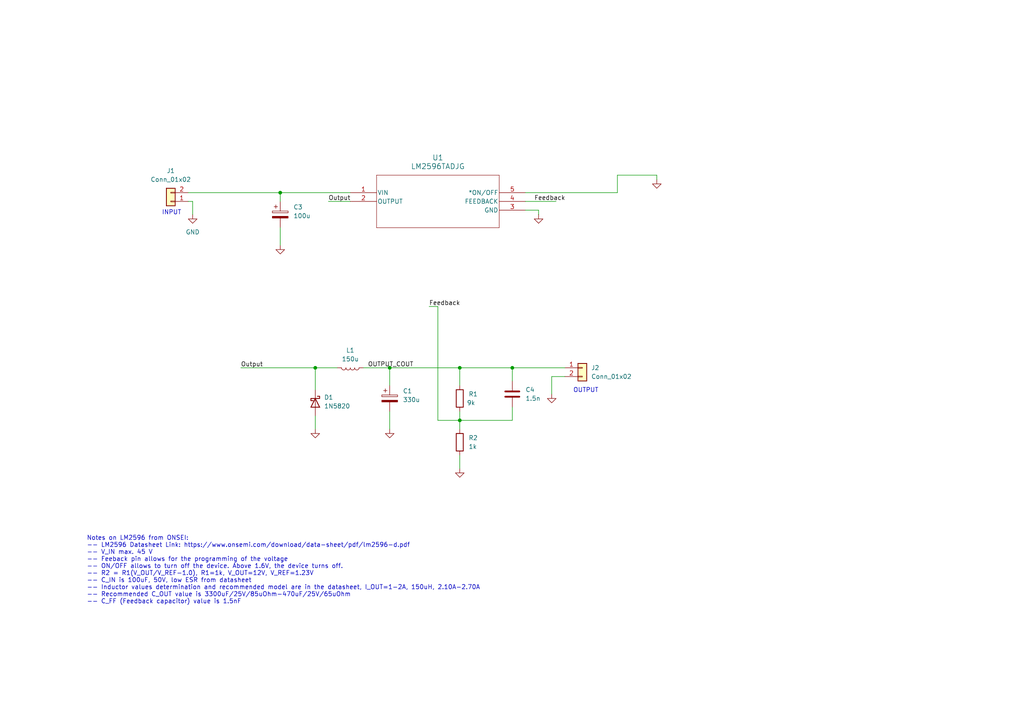
<source format=kicad_sch>
(kicad_sch (version 20231120) (generator "eeschema") (generator_version "8.0")
  (paper "A4")
  (lib_symbols
    (symbol "Connector_Generic:Conn_01x02" (pin_names (offset 1.016) hide)
      (property "Reference" "J" (at 0 2.54 0))
      (property "Value" "Conn_01x02" (at 0 -5.08 0))
      (symbol "Conn_01x02_1_1"
        (rectangle (start -1.27 -2.413) (end 0 -2.667) (stroke (width 0.1524)))
        (rectangle (start -1.27 0.127) (end 0 -0.127) (stroke (width 0.1524)))
        (rectangle (start -1.27 1.27) (end 1.27 -3.81) (stroke (width 0.254)) (fill (type background)))
        (pin passive line (at -5.08 0 0) (length 3.81) (name "Pin_1") (number "1"))
        (pin passive line (at -5.08 -2.54 0) (length 3.81) (name "Pin_2") (number "2"))
      )
    )
    (symbol "Device:C" (pin_numbers hide) (pin_names (offset 0.254))
      (property "Reference" "C" (at 0.635 2.54 0))
      (property "Value" "C" (at 0.635 -2.54 0))
      (symbol "C_0_1"
        (polyline (pts (xy -2.032 -0.762) (xy 2.032 -0.762)) (stroke (width 0.508)))
        (polyline (pts (xy -2.032 0.762) (xy 2.032 0.762)) (stroke (width 0.508)))
      )
      (symbol "C_1_1"
        (pin passive line (at 0 3.81 270) (length 2.794) (name "~") (number "1"))
        (pin passive line (at 0 -3.81 90) (length 2.794) (name "~") (number "2"))
      )
    )
    (symbol "Device:C_Polarized" (pin_numbers hide) (pin_names (offset 0.254))
      (property "Reference" "C" (at 0.635 2.54 0))
      (property "Value" "C_Polarized" (at 0.635 -2.54 0))
      (symbol "C_Polarized_0_1"
        (rectangle (start -2.286 0.508) (end 2.286 1.016))
        (polyline (pts (xy -1.778 2.286) (xy -0.762 2.286)))
        (polyline (pts (xy -1.27 2.794) (xy -1.27 1.778)))
        (rectangle (start 2.286 -0.508) (end -2.286 -1.016) (fill (type outline)))
      )
      (symbol "C_Polarized_1_1"
        (pin passive line (at 0 3.81 270) (length 2.794) (name "~") (number "1"))
        (pin passive line (at 0 -3.81 90) (length 2.794) (name "~") (number "2"))
      )
    )
    (symbol "Device:D_Schottky" (pin_numbers hide) (pin_names (offset 1.016) hide)
      (property "Reference" "D" (at 0 2.54 0))
      (property "Value" "D_Schottky" (at 0 -2.54 0))
      (symbol "D_Schottky_0_1"
        (polyline (pts (xy 1.27 0) (xy -1.27 0)))
        (polyline (pts (xy 1.27 1.27) (xy 1.27 -1.27) (xy -1.27 0) (xy 1.27 1.27)) (stroke (width 0.254)))
        (polyline (pts (xy -1.905 0.635) (xy -1.905 1.27) (xy -1.27 1.27) (xy -1.27 -1.27) (xy -0.635 -1.27) (xy -0.635 -0.635)) (stroke (width 0.254)))
      )
      (symbol "D_Schottky_1_1"
        (pin passive line (at -3.81 0 0) (length 2.54) (name "K") (number "1"))
        (pin passive line (at 3.81 0 180) (length 2.54) (name "A") (number "2"))
      )
    )
    (symbol "Device:L" (pin_numbers hide) (pin_names (offset 1.016) hide)
      (property "Reference" "L" (at -1.27 0 90))
      (property "Value" "L" (at 1.905 0 90))
      (symbol "L_0_1"
        (arc (start 0 -2.54) (mid 0.6323 -1.905) (end 0 -1.27))
        (arc (start 0 -1.27) (mid 0.6323 -0.635) (end 0 0))
        (arc (start 0 0) (mid 0.6323 0.635) (end 0 1.27))
        (arc (start 0 1.27) (mid 0.6323 1.905) (end 0 2.54))
      )
      (symbol "L_1_1"
        (pin passive line (at 0 3.81 270) (length 1.27) (name "1") (number "1"))
        (pin passive line (at 0 -3.81 90) (length 1.27) (name "2") (number "2"))
      )
    )
    (symbol "Device:R" (pin_numbers hide) (pin_names (offset 0))
      (property "Reference" "R" (at 2.032 0 90))
      (property "Value" "R" (at 0 0 90))
      (symbol "R_0_1"
        (rectangle (start -1.016 -2.54) (end 1.016 2.54) (stroke (width 0.254)))
      )
      (symbol "R_1_1"
        (pin passive line (at 0 3.81 270) (length 1.27) (name "~") (number "1"))
        (pin passive line (at 0 -3.81 90) (length 1.27) (name "~") (number "2"))
      )
    )
    (symbol "lm2596:LM2596TADJG" (pin_names (offset 0.254))
      (property "Reference" "U" (at 25.4 10.16 0))
      (property "Value" "LM2596TADJG" (at 25.4 7.62 0))
      (symbol "LM2596TADJG_0_1"
        (polyline (pts (xy 7.62 -10.16) (xy 43.18 -10.16)) (stroke (width 0.127)))
        (polyline (pts (xy 7.62 5.08) (xy 7.62 -10.16)) (stroke (width 0.127)))
        (polyline (pts (xy 43.18 -10.16) (xy 43.18 5.08)) (stroke (width 0.127)))
        (polyline (pts (xy 43.18 5.08) (xy 7.62 5.08)) (stroke (width 0.127)))
        (pin input line (at 0 0 0) (length 7.62) (name "VIN") (number "1"))
        (pin output line (at 0 -2.54 0) (length 7.62) (name "OUTPUT") (number "2"))
        (pin power_in line (at 50.8 -5.08 180) (length 7.62) (name "GND") (number "3"))
        (pin bidirectional line (at 50.8 -2.54 180) (length 7.62) (name "FEEDBACK") (number "4"))
        (pin input line (at 50.8 0 180) (length 7.62) (name "*ON/OFF") (number "5"))
      )
    )
    (symbol "power:GND" (power) (pin_numbers hide) (pin_names (offset 0) hide)
      (property "Value" "GND" (at 0 -3.81 0))
      (symbol "GND_0_1"
        (polyline (pts (xy 0 0) (xy 0 -1.27) (xy 1.27 -1.27) (xy 0 -2.54) (xy -1.27 -1.27) (xy 0 -1.27)))
      )
      (symbol "GND_1_1"
        (pin power_in line (at 0 0 270) (length 0) (name "~") (number "1"))
      )
    )
  )
  (junction (at 133.35 106.68))
  (junction (at 81.28 55.88))
  (junction (at 91.44 106.68))
  (junction (at 113.03 106.68))
  (junction (at 133.35 121.92))
  (junction (at 148.59 106.68))
  (wire (pts (xy 152.4 60.96) (xy 156.21 60.96)))
  (wire (pts (xy 54.61 58.42) (xy 55.88 58.42)))
  (wire (pts (xy 148.59 118.11) (xy 148.59 121.92)))
  (wire (pts (xy 91.44 106.68) (xy 91.44 113.03)))
  (wire (pts (xy 152.4 55.88) (xy 179.07 55.88)))
  (wire (pts (xy 156.21 60.96) (xy 156.21 62.23)))
  (wire (pts (xy 54.61 55.88) (xy 81.28 55.88)))
  (wire (pts (xy 127 121.92) (xy 127 88.9)))
  (wire (pts (xy 113.03 106.68) (xy 133.35 106.68)))
  (wire (pts (xy 133.35 106.68) (xy 133.35 111.76)))
  (wire (pts (xy 133.35 121.92) (xy 133.35 124.46)))
  (wire (pts (xy 105.41 106.68) (xy 113.03 106.68)))
  (wire (pts (xy 152.4 58.42) (xy 161.29 58.42)))
  (wire (pts (xy 133.35 106.68) (xy 148.59 106.68)))
  (wire (pts (xy 81.28 55.88) (xy 101.6 55.88)))
  (wire (pts (xy 55.88 58.42) (xy 55.88 62.23)))
  (wire (pts (xy 179.07 55.88) (xy 179.07 50.8)))
  (wire (pts (xy 160.02 109.22) (xy 163.83 109.22)))
  (wire (pts (xy 69.85 106.68) (xy 91.44 106.68)))
  (wire (pts (xy 160.02 114.3) (xy 160.02 109.22)))
  (wire (pts (xy 91.44 120.65) (xy 91.44 124.46)))
  (wire (pts (xy 148.59 106.68) (xy 148.59 110.49)))
  (wire (pts (xy 81.28 55.88) (xy 81.28 58.42)))
  (wire (pts (xy 127 88.9) (xy 124.46 88.9)))
  (wire (pts (xy 133.35 132.08) (xy 133.35 135.89)))
  (wire (pts (xy 179.07 50.8) (xy 190.5 50.8)))
  (wire (pts (xy 190.5 50.8) (xy 190.5 52.07)))
  (wire (pts (xy 113.03 106.68) (xy 113.03 111.76)))
  (wire (pts (xy 148.59 121.92) (xy 133.35 121.92)))
  (wire (pts (xy 95.25 58.42) (xy 101.6 58.42)))
  (wire (pts (xy 81.28 66.04) (xy 81.28 71.12)))
  (wire (pts (xy 91.44 106.68) (xy 97.79 106.68)))
  (wire (pts (xy 148.59 106.68) (xy 163.83 106.68)))
  (wire (pts (xy 133.35 121.92) (xy 127 121.92)))
  (wire (pts (xy 133.35 119.38) (xy 133.35 121.92)))
  (wire (pts (xy 113.03 119.38) (xy 113.03 124.46)))
  (text "Notes on LM2596 from ONSEI:\n-- LM2596 Datasheet Link: https://www.onsemi.com/download/data-sheet/pdf/lm2596-d.pdf\n-- V_IN max. 45 V\n-- Feeback pin allows for the programming of the voltage\n-- ON/OFF allows to turn off the device. Above 1.6V, the device turns off.\n-- R2 = R1(V_OUT/V_REF-1.0), R1=1k, V_OUT=12V, V_REF=1.23V\n-- C_IN is 100uF, 50V, low ESR from datasheet\n-- Inductor values determination and recommended model are in the datasheet, I_OUT=1-2A, 150uH, 2.10A-2.70A\n-- Recommended C_OUT value is 3300uF/25V/85uOhm-470uF/25V/65uOhm\n-- C_FF (Feedback capacitor) value is 1.5nF" (at 25.146 165.354 0) (effects (font (size 1.27 1.27)) (justify left)))
  (text "INPUT" (at 49.784 61.722 0) (effects (font (size 1.27 1.27))))
  (text "OUTPUT" (at 169.926 113.284 0) (effects (font (size 1.27 1.27))))
  (label "Feedback" (at 154.94 58.42 0))
  (label "Feedback" (at 124.46 88.9 0))
  (label "OUTPUT_COUT" (at 106.68 106.68 0))
  (label "Output" (at 69.85 106.68 0))
  (label "Output" (at 95.25 58.42 0))
  (symbol (lib_id "Connector_Generic:Conn_01x02") (at 49.53 58.42 180) (unit 1)
    (property "Reference" "J1" (at 49.53 49.53 0))
    (property "Value" "Conn_01x02" (at 49.53 52.07 0))
    (property "Footprint" "TerminalBlock_Phoenix:TerminalBlock_Phoenix_PT-1,5-2-5.0-H_1x02_P5.00mm_Horizontal" (effects (hide yes)))
    (property "Description" "Generic connector, single row, 01x02, script generated (kicad-library-utils/schlib/autogen/connector/)" (effects (hide yes)))
  )
  (symbol (lib_id "power:GND") (at 190.5 52.07 0) (unit 1)
    (property "Reference" "#PWR03" (effects (hide yes)))
    (property "Value" "GND" (effects (hide yes)))
    (property "Description" "Power symbol creates a global label with name \"GND\" , ground" (effects (hide yes)))
  )
  (symbol (lib_id "power:GND") (at 160.02 114.3 0) (unit 1)
    (property "Reference" "#PWR08" (effects (hide yes)))
    (property "Value" "GND" (effects (hide yes)))
    (property "Description" "Power symbol creates a global label with name \"GND\" , ground" (effects (hide yes)))
  )
  (symbol (lib_id "Device:C_Polarized") (at 81.28 62.23 0) (unit 1)
    (property "Reference" "C3" (at 85.09 60.0709 0) (effects (justify left)))
    (property "Value" "100u" (at 85.09 62.6109 0) (effects (justify left)))
    (property "Footprint" "Capacitor_THT:CP_Radial_D8.0mm_P5.00mm" (effects (hide yes)))
    (property "Description" "Polarized capacitor" (effects (hide yes)))
  )
  (symbol (lib_id "power:GND") (at 113.03 124.46 0) (unit 1)
    (property "Reference" "#PWR07" (effects (hide yes)))
    (property "Value" "GND" (effects (hide yes)))
    (property "Description" "Power symbol creates a global label with name \"GND\" , ground" (effects (hide yes)))
  )
  (symbol (lib_id "Device:R") (at 133.35 128.27 0) (unit 1)
    (property "Reference" "R2" (at 135.89 126.9999 0) (effects (justify left)))
    (property "Value" "1k" (at 135.89 129.5399 0) (effects (justify left)))
    (property "Footprint" "Resistor_SMD:R_1206_3216Metric" (effects (hide yes)))
    (property "Description" "Resistor" (effects (hide yes)))
  )
  (symbol (lib_id "Device:C") (at 148.59 114.3 0) (unit 1)
    (property "Reference" "C4" (at 152.4 113.0299 0) (effects (justify left)))
    (property "Value" "1.5n" (at 152.4 115.5699 0) (effects (justify left)))
    (property "Footprint" "Capacitor_SMD:C_0805_2012Metric" (effects (hide yes)))
    (property "Description" "Unpolarized capacitor" (effects (hide yes)))
  )
  (symbol (lib_id "Device:C_Polarized") (at 113.03 115.57 0) (unit 1)
    (property "Reference" "C1" (at 116.84 113.4109 0) (effects (justify left)))
    (property "Value" "330u" (at 116.84 115.9509 0) (effects (justify left)))
    (property "Footprint" "Capacitor_THT:CP_Radial_D8.0mm_P5.00mm" (effects (hide yes)))
    (property "Description" "Polarized capacitor" (effects (hide yes)))
  )
  (symbol (lib_id "power:GND") (at 133.35 135.89 0) (unit 1)
    (property "Reference" "#PWR01" (effects (hide yes)))
    (property "Value" "GND" (effects (hide yes)))
    (property "Description" "Power symbol creates a global label with name \"GND\" , ground" (effects (hide yes)))
  )
  (symbol (lib_id "power:GND") (at 81.28 71.12 0) (unit 1)
    (property "Reference" "#PWR04" (effects (hide yes)))
    (property "Value" "GND" (effects (hide yes)))
    (property "Description" "Power symbol creates a global label with name \"GND\" , ground" (effects (hide yes)))
  )
  (symbol (lib_id "lm2596:LM2596TADJG") (at 101.6 55.88 0) (unit 1)
    (property "Reference" "U1" (at 127 45.72 0) (effects (font (size 1.524 1.524))))
    (property "Value" "LM2596TADJG" (at 127 48.26 0) (effects (font (size 1.524 1.524))))
    (property "Footprint" "lm2596tv:TO170P470X1016X2092-5P" (effects (hide yes)))
    (property "Datasheet" "LM2596TADJG" (effects (hide yes)))
  )
  (symbol (lib_id "power:GND") (at 55.88 62.23 0) (unit 1)
    (property "Reference" "#PWR05" (effects (hide yes)))
    (property "Value" "GND" (at 55.88 67.31 0))
    (property "Description" "Power symbol creates a global label with name \"GND\" , ground" (effects (hide yes)))
  )
  (symbol (lib_id "power:GND") (at 156.21 62.23 0) (unit 1)
    (property "Reference" "#PWR02" (effects (hide yes)))
    (property "Value" "GND" (effects (hide yes)))
    (property "Description" "Power symbol creates a global label with name \"GND\" , ground" (effects (hide yes)))
  )
  (symbol (lib_id "Device:L") (at 101.6 106.68 270) (unit 1)
    (property "Reference" "L1" (at 101.6 101.6 90))
    (property "Value" "150u" (at 101.6 104.14 90))
    (property "Footprint" "inductor:KM3_0" (effects (hide yes)))
    (property "Description" "Inductor" (effects (hide yes)))
  )
  (symbol (lib_id "Device:R") (at 133.35 115.57 0) (unit 1)
    (property "Reference" "R1" (at 135.89 114.2999 0) (effects (justify left)))
    (property "Value" "9k" (at 135.382 116.84 0) (effects (justify left)))
    (property "Footprint" "Resistor_SMD:R_1206_3216Metric" (effects (hide yes)))
    (property "Description" "Resistor" (effects (hide yes)))
  )
  (symbol (lib_id "Connector_Generic:Conn_01x02") (at 168.91 106.68 0) (unit 1)
    (property "Reference" "J2" (at 171.45 106.6799 0) (effects (justify left)))
    (property "Value" "Conn_01x02" (at 171.45 109.2199 0) (effects (justify left)))
    (property "Footprint" "TerminalBlock_Phoenix:TerminalBlock_Phoenix_PT-1,5-2-5.0-H_1x02_P5.00mm_Horizontal" (effects (hide yes)))
    (property "Description" "Generic connector, single row, 01x02, script generated (kicad-library-utils/schlib/autogen/connector/)" (effects (hide yes)))
  )
  (symbol (lib_id "Device:D_Schottky") (at 91.44 116.84 270) (unit 1)
    (property "Reference" "D1" (at 93.98 115.2524 90) (effects (justify left)))
    (property "Value" "1N5820" (at 93.98 117.7924 90) (effects (justify left)))
    (property "Footprint" "Diode_THT:D_DO-201AD_P15.24mm_Horizontal" (effects (hide yes)))
    (property "Description" "Schottky diode" (effects (hide yes)))
  )
  (symbol (lib_id "power:GND") (at 91.44 124.46 0) (unit 1)
    (property "Reference" "#PWR06" (effects (hide yes)))
    (property "Value" "GND" (effects (hide yes)))
    (property "Description" "Power symbol creates a global label with name \"GND\" , ground" (effects (hide yes)))
  )
)
</source>
